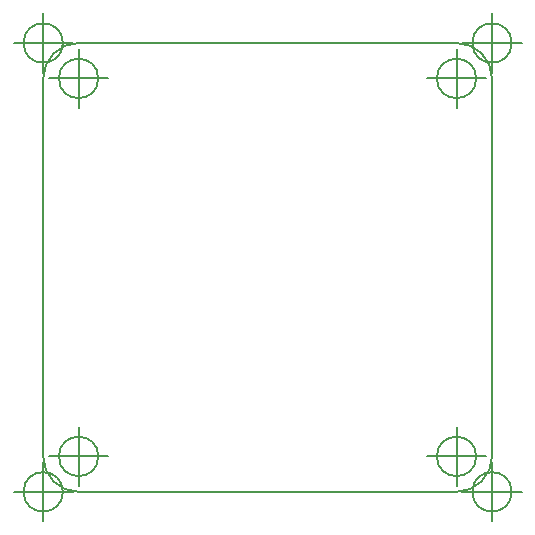
<source format=gm1>
G04 #@! TF.FileFunction,Profile,NP*
%FSLAX46Y46*%
G04 Gerber Fmt 4.6, Leading zero omitted, Abs format (unit mm)*
G04 Created by KiCad (PCBNEW 4.0.1-stable) date 10/18/2016 5:23:33 PM*
%MOMM*%
G01*
G04 APERTURE LIST*
%ADD10C,0.100000*%
%ADD11C,0.150000*%
G04 APERTURE END LIST*
D10*
D11*
X146066666Y-143264000D02*
G75*
G03X146066666Y-143264000I-1666666J0D01*
G01*
X141900000Y-143264000D02*
X146900000Y-143264000D01*
X144400000Y-140764000D02*
X144400000Y-145764000D01*
X108066666Y-143264000D02*
G75*
G03X108066666Y-143264000I-1666666J0D01*
G01*
X103900000Y-143264000D02*
X108900000Y-143264000D01*
X106400000Y-140764000D02*
X106400000Y-145764000D01*
X146066666Y-105264000D02*
G75*
G03X146066666Y-105264000I-1666666J0D01*
G01*
X141900000Y-105264000D02*
X146900000Y-105264000D01*
X144400000Y-102764000D02*
X144400000Y-107764000D01*
X108066666Y-105264000D02*
G75*
G03X108066666Y-105264000I-1666666J0D01*
G01*
X103900000Y-105264000D02*
X108900000Y-105264000D01*
X106400000Y-102764000D02*
X106400000Y-107764000D01*
X106400000Y-140264000D02*
X106400000Y-108264000D01*
X141400000Y-143264000D02*
X109400000Y-143264000D01*
X144400000Y-108264000D02*
X144400000Y-140264000D01*
X109400000Y-105264000D02*
X141400000Y-105264000D01*
X106400000Y-140264000D02*
G75*
G03X109400000Y-143264000I3000000J0D01*
G01*
X141400000Y-143264000D02*
G75*
G03X144400000Y-140264000I0J3000000D01*
G01*
X144400000Y-108264000D02*
G75*
G03X141400000Y-105264000I-3000000J0D01*
G01*
X109400000Y-105264000D02*
G75*
G03X106400000Y-108264000I0J-3000000D01*
G01*
X111066666Y-108264000D02*
G75*
G03X111066666Y-108264000I-1666666J0D01*
G01*
X106900000Y-108264000D02*
X111900000Y-108264000D01*
X109400000Y-105764000D02*
X109400000Y-110764000D01*
X143066666Y-108264000D02*
G75*
G03X143066666Y-108264000I-1666666J0D01*
G01*
X138900000Y-108264000D02*
X143900000Y-108264000D01*
X141400000Y-105764000D02*
X141400000Y-110764000D01*
X143066666Y-140264000D02*
G75*
G03X143066666Y-140264000I-1666666J0D01*
G01*
X138900000Y-140264000D02*
X143900000Y-140264000D01*
X141400000Y-137764000D02*
X141400000Y-142764000D01*
X111066666Y-140264000D02*
G75*
G03X111066666Y-140264000I-1666666J0D01*
G01*
X106900000Y-140264000D02*
X111900000Y-140264000D01*
X109400000Y-137764000D02*
X109400000Y-142764000D01*
M02*

</source>
